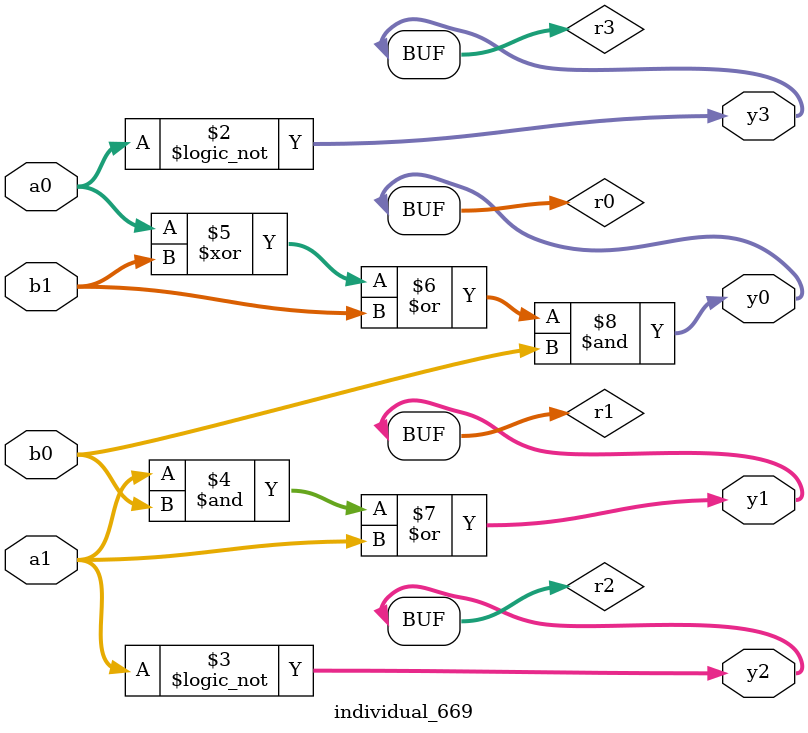
<source format=sv>
module individual_669(input logic [15:0] a1, input logic [15:0] a0, input logic [15:0] b1, input logic [15:0] b0, output logic [15:0] y3, output logic [15:0] y2, output logic [15:0] y1, output logic [15:0] y0);
logic [15:0] r0, r1, r2, r3; 
 always@(*) begin 
	 r0 = a0; r1 = a1; r2 = b0; r3 = b1; 
 	 r3 = ! r0 ;
 	 r2 = ! r1 ;
 	 r1  &=  b0 ;
 	 r0  ^=  b1 ;
 	 r0  |=  b1 ;
 	 r1  |=  a1 ;
 	 r0  &=  b0 ;
 	 y3 = r3; y2 = r2; y1 = r1; y0 = r0; 
end
endmodule
</source>
